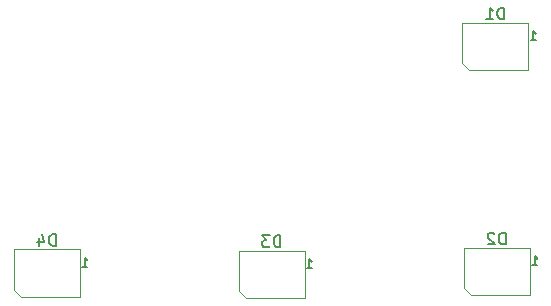
<source format=gbr>
%TF.GenerationSoftware,KiCad,Pcbnew,9.0.7*%
%TF.CreationDate,2026-02-07T20:24:00-06:00*%
%TF.ProjectId,Modded_Hackpad_Final,4d6f6464-6564-45f4-9861-636b7061645f,rev?*%
%TF.SameCoordinates,Original*%
%TF.FileFunction,Legend,Bot*%
%TF.FilePolarity,Positive*%
%FSLAX46Y46*%
G04 Gerber Fmt 4.6, Leading zero omitted, Abs format (unit mm)*
G04 Created by KiCad (PCBNEW 9.0.7) date 2026-02-07 20:24:00*
%MOMM*%
%LPD*%
G01*
G04 APERTURE LIST*
%ADD10C,0.150000*%
%ADD11C,0.120000*%
G04 APERTURE END LIST*
D10*
X105386094Y-60823819D02*
X105386094Y-59823819D01*
X105386094Y-59823819D02*
X105147999Y-59823819D01*
X105147999Y-59823819D02*
X105005142Y-59871438D01*
X105005142Y-59871438D02*
X104909904Y-59966676D01*
X104909904Y-59966676D02*
X104862285Y-60061914D01*
X104862285Y-60061914D02*
X104814666Y-60252390D01*
X104814666Y-60252390D02*
X104814666Y-60395247D01*
X104814666Y-60395247D02*
X104862285Y-60585723D01*
X104862285Y-60585723D02*
X104909904Y-60680961D01*
X104909904Y-60680961D02*
X105005142Y-60776200D01*
X105005142Y-60776200D02*
X105147999Y-60823819D01*
X105147999Y-60823819D02*
X105386094Y-60823819D01*
X103862285Y-60823819D02*
X104433713Y-60823819D01*
X104147999Y-60823819D02*
X104147999Y-59823819D01*
X104147999Y-59823819D02*
X104243237Y-59966676D01*
X104243237Y-59966676D02*
X104338475Y-60061914D01*
X104338475Y-60061914D02*
X104433713Y-60109533D01*
X107619428Y-62606295D02*
X108076571Y-62606295D01*
X107847999Y-62606295D02*
X107847999Y-61806295D01*
X107847999Y-61806295D02*
X107924190Y-61920580D01*
X107924190Y-61920580D02*
X108000380Y-61996771D01*
X108000380Y-61996771D02*
X108076571Y-62034866D01*
X105513094Y-79873819D02*
X105513094Y-78873819D01*
X105513094Y-78873819D02*
X105274999Y-78873819D01*
X105274999Y-78873819D02*
X105132142Y-78921438D01*
X105132142Y-78921438D02*
X105036904Y-79016676D01*
X105036904Y-79016676D02*
X104989285Y-79111914D01*
X104989285Y-79111914D02*
X104941666Y-79302390D01*
X104941666Y-79302390D02*
X104941666Y-79445247D01*
X104941666Y-79445247D02*
X104989285Y-79635723D01*
X104989285Y-79635723D02*
X105036904Y-79730961D01*
X105036904Y-79730961D02*
X105132142Y-79826200D01*
X105132142Y-79826200D02*
X105274999Y-79873819D01*
X105274999Y-79873819D02*
X105513094Y-79873819D01*
X104560713Y-78969057D02*
X104513094Y-78921438D01*
X104513094Y-78921438D02*
X104417856Y-78873819D01*
X104417856Y-78873819D02*
X104179761Y-78873819D01*
X104179761Y-78873819D02*
X104084523Y-78921438D01*
X104084523Y-78921438D02*
X104036904Y-78969057D01*
X104036904Y-78969057D02*
X103989285Y-79064295D01*
X103989285Y-79064295D02*
X103989285Y-79159533D01*
X103989285Y-79159533D02*
X104036904Y-79302390D01*
X104036904Y-79302390D02*
X104608332Y-79873819D01*
X104608332Y-79873819D02*
X103989285Y-79873819D01*
X107746428Y-81656295D02*
X108203571Y-81656295D01*
X107974999Y-81656295D02*
X107974999Y-80856295D01*
X107974999Y-80856295D02*
X108051190Y-80970580D01*
X108051190Y-80970580D02*
X108127380Y-81046771D01*
X108127380Y-81046771D02*
X108203571Y-81084866D01*
X67413094Y-80000819D02*
X67413094Y-79000819D01*
X67413094Y-79000819D02*
X67174999Y-79000819D01*
X67174999Y-79000819D02*
X67032142Y-79048438D01*
X67032142Y-79048438D02*
X66936904Y-79143676D01*
X66936904Y-79143676D02*
X66889285Y-79238914D01*
X66889285Y-79238914D02*
X66841666Y-79429390D01*
X66841666Y-79429390D02*
X66841666Y-79572247D01*
X66841666Y-79572247D02*
X66889285Y-79762723D01*
X66889285Y-79762723D02*
X66936904Y-79857961D01*
X66936904Y-79857961D02*
X67032142Y-79953200D01*
X67032142Y-79953200D02*
X67174999Y-80000819D01*
X67174999Y-80000819D02*
X67413094Y-80000819D01*
X65984523Y-79334152D02*
X65984523Y-80000819D01*
X66222618Y-78953200D02*
X66460713Y-79667485D01*
X66460713Y-79667485D02*
X65841666Y-79667485D01*
X69646428Y-81783295D02*
X70103571Y-81783295D01*
X69874999Y-81783295D02*
X69874999Y-80983295D01*
X69874999Y-80983295D02*
X69951190Y-81097580D01*
X69951190Y-81097580D02*
X70027380Y-81173771D01*
X70027380Y-81173771D02*
X70103571Y-81211866D01*
X86435094Y-80113819D02*
X86435094Y-79113819D01*
X86435094Y-79113819D02*
X86196999Y-79113819D01*
X86196999Y-79113819D02*
X86054142Y-79161438D01*
X86054142Y-79161438D02*
X85958904Y-79256676D01*
X85958904Y-79256676D02*
X85911285Y-79351914D01*
X85911285Y-79351914D02*
X85863666Y-79542390D01*
X85863666Y-79542390D02*
X85863666Y-79685247D01*
X85863666Y-79685247D02*
X85911285Y-79875723D01*
X85911285Y-79875723D02*
X85958904Y-79970961D01*
X85958904Y-79970961D02*
X86054142Y-80066200D01*
X86054142Y-80066200D02*
X86196999Y-80113819D01*
X86196999Y-80113819D02*
X86435094Y-80113819D01*
X85530332Y-79113819D02*
X84911285Y-79113819D01*
X84911285Y-79113819D02*
X85244618Y-79494771D01*
X85244618Y-79494771D02*
X85101761Y-79494771D01*
X85101761Y-79494771D02*
X85006523Y-79542390D01*
X85006523Y-79542390D02*
X84958904Y-79590009D01*
X84958904Y-79590009D02*
X84911285Y-79685247D01*
X84911285Y-79685247D02*
X84911285Y-79923342D01*
X84911285Y-79923342D02*
X84958904Y-80018580D01*
X84958904Y-80018580D02*
X85006523Y-80066200D01*
X85006523Y-80066200D02*
X85101761Y-80113819D01*
X85101761Y-80113819D02*
X85387475Y-80113819D01*
X85387475Y-80113819D02*
X85482713Y-80066200D01*
X85482713Y-80066200D02*
X85530332Y-80018580D01*
X88668428Y-81896295D02*
X89125571Y-81896295D01*
X88896999Y-81896295D02*
X88896999Y-81096295D01*
X88896999Y-81096295D02*
X88973190Y-81210580D01*
X88973190Y-81210580D02*
X89049380Y-81286771D01*
X89049380Y-81286771D02*
X89125571Y-81324866D01*
D11*
%TO.C,D1*%
X101848000Y-64519000D02*
X101848000Y-61119000D01*
X101848000Y-64519000D02*
X102448000Y-65119000D01*
X107448000Y-61119000D02*
X101848000Y-61119000D01*
X107448000Y-61119000D02*
X107448000Y-65119000D01*
X107448000Y-65119000D02*
X102448000Y-65119000D01*
%TO.C,D2*%
X101975000Y-83569000D02*
X101975000Y-80169000D01*
X101975000Y-83569000D02*
X102575000Y-84169000D01*
X107575000Y-80169000D02*
X101975000Y-80169000D01*
X107575000Y-80169000D02*
X107575000Y-84169000D01*
X107575000Y-84169000D02*
X102575000Y-84169000D01*
%TO.C,D4*%
X63875000Y-83696000D02*
X63875000Y-80296000D01*
X63875000Y-83696000D02*
X64475000Y-84296000D01*
X69475000Y-80296000D02*
X63875000Y-80296000D01*
X69475000Y-80296000D02*
X69475000Y-84296000D01*
X69475000Y-84296000D02*
X64475000Y-84296000D01*
%TO.C,D3*%
X82897000Y-83809000D02*
X82897000Y-80409000D01*
X82897000Y-83809000D02*
X83497000Y-84409000D01*
X88497000Y-80409000D02*
X82897000Y-80409000D01*
X88497000Y-80409000D02*
X88497000Y-84409000D01*
X88497000Y-84409000D02*
X83497000Y-84409000D01*
%TD*%
M02*

</source>
